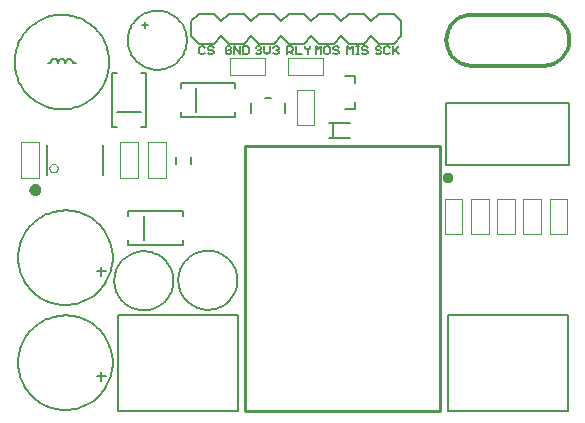
<source format=gto>
G75*
%MOIN*%
%OFA0B0*%
%FSLAX24Y24*%
%IPPOS*%
%LPD*%
%AMOC8*
5,1,8,0,0,1.08239X$1,22.5*
%
%ADD10C,0.0050*%
%ADD11C,0.0200*%
%ADD12C,0.0060*%
%ADD13C,0.0020*%
%ADD14C,0.0080*%
%ADD15C,0.0098*%
%ADD16C,0.0180*%
%ADD17C,0.0039*%
%ADD18C,0.0120*%
D10*
X005893Y004855D02*
X005895Y004917D01*
X005901Y004980D01*
X005911Y005041D01*
X005925Y005102D01*
X005942Y005162D01*
X005963Y005221D01*
X005989Y005278D01*
X006017Y005333D01*
X006049Y005387D01*
X006085Y005438D01*
X006123Y005488D01*
X006165Y005534D01*
X006209Y005578D01*
X006257Y005619D01*
X006306Y005657D01*
X006358Y005691D01*
X006412Y005722D01*
X006468Y005750D01*
X006526Y005774D01*
X006585Y005795D01*
X006645Y005811D01*
X006706Y005824D01*
X006768Y005833D01*
X006830Y005838D01*
X006893Y005839D01*
X006955Y005836D01*
X007017Y005829D01*
X007079Y005818D01*
X007139Y005803D01*
X007199Y005785D01*
X007257Y005763D01*
X007314Y005737D01*
X007369Y005707D01*
X007422Y005674D01*
X007473Y005638D01*
X007521Y005599D01*
X007567Y005556D01*
X007610Y005511D01*
X007650Y005463D01*
X007687Y005413D01*
X007721Y005360D01*
X007752Y005306D01*
X007778Y005250D01*
X007802Y005192D01*
X007821Y005132D01*
X007837Y005072D01*
X007849Y005010D01*
X007857Y004949D01*
X007861Y004886D01*
X007861Y004824D01*
X007857Y004761D01*
X007849Y004700D01*
X007837Y004638D01*
X007821Y004578D01*
X007802Y004518D01*
X007778Y004460D01*
X007752Y004404D01*
X007721Y004350D01*
X007687Y004297D01*
X007650Y004247D01*
X007610Y004199D01*
X007567Y004154D01*
X007521Y004111D01*
X007473Y004072D01*
X007422Y004036D01*
X007369Y004003D01*
X007314Y003973D01*
X007257Y003947D01*
X007199Y003925D01*
X007139Y003907D01*
X007079Y003892D01*
X007017Y003881D01*
X006955Y003874D01*
X006893Y003871D01*
X006830Y003872D01*
X006768Y003877D01*
X006706Y003886D01*
X006645Y003899D01*
X006585Y003915D01*
X006526Y003936D01*
X006468Y003960D01*
X006412Y003988D01*
X006358Y004019D01*
X006306Y004053D01*
X006257Y004091D01*
X006209Y004132D01*
X006165Y004176D01*
X006123Y004222D01*
X006085Y004272D01*
X006049Y004323D01*
X006017Y004377D01*
X005989Y004432D01*
X005963Y004489D01*
X005942Y004548D01*
X005925Y004608D01*
X005911Y004669D01*
X005901Y004730D01*
X005895Y004793D01*
X005893Y004855D01*
X008028Y004875D02*
X008030Y004937D01*
X008036Y005000D01*
X008046Y005061D01*
X008060Y005122D01*
X008077Y005182D01*
X008098Y005241D01*
X008124Y005298D01*
X008152Y005353D01*
X008184Y005407D01*
X008220Y005458D01*
X008258Y005508D01*
X008300Y005554D01*
X008344Y005598D01*
X008392Y005639D01*
X008441Y005677D01*
X008493Y005711D01*
X008547Y005742D01*
X008603Y005770D01*
X008661Y005794D01*
X008720Y005815D01*
X008780Y005831D01*
X008841Y005844D01*
X008903Y005853D01*
X008965Y005858D01*
X009028Y005859D01*
X009090Y005856D01*
X009152Y005849D01*
X009214Y005838D01*
X009274Y005823D01*
X009334Y005805D01*
X009392Y005783D01*
X009449Y005757D01*
X009504Y005727D01*
X009557Y005694D01*
X009608Y005658D01*
X009656Y005619D01*
X009702Y005576D01*
X009745Y005531D01*
X009785Y005483D01*
X009822Y005433D01*
X009856Y005380D01*
X009887Y005326D01*
X009913Y005270D01*
X009937Y005212D01*
X009956Y005152D01*
X009972Y005092D01*
X009984Y005030D01*
X009992Y004969D01*
X009996Y004906D01*
X009996Y004844D01*
X009992Y004781D01*
X009984Y004720D01*
X009972Y004658D01*
X009956Y004598D01*
X009937Y004538D01*
X009913Y004480D01*
X009887Y004424D01*
X009856Y004370D01*
X009822Y004317D01*
X009785Y004267D01*
X009745Y004219D01*
X009702Y004174D01*
X009656Y004131D01*
X009608Y004092D01*
X009557Y004056D01*
X009504Y004023D01*
X009449Y003993D01*
X009392Y003967D01*
X009334Y003945D01*
X009274Y003927D01*
X009214Y003912D01*
X009152Y003901D01*
X009090Y003894D01*
X009028Y003891D01*
X008965Y003892D01*
X008903Y003897D01*
X008841Y003906D01*
X008780Y003919D01*
X008720Y003935D01*
X008661Y003956D01*
X008603Y003980D01*
X008547Y004008D01*
X008493Y004039D01*
X008441Y004073D01*
X008392Y004111D01*
X008344Y004152D01*
X008300Y004196D01*
X008258Y004242D01*
X008220Y004292D01*
X008184Y004343D01*
X008152Y004397D01*
X008124Y004452D01*
X008098Y004509D01*
X008077Y004568D01*
X008060Y004628D01*
X008046Y004689D01*
X008036Y004750D01*
X008030Y004813D01*
X008028Y004875D01*
X004606Y012125D02*
X004512Y012125D01*
X004510Y012145D01*
X004506Y012164D01*
X004498Y012182D01*
X004488Y012198D01*
X004475Y012213D01*
X004460Y012226D01*
X004444Y012236D01*
X004426Y012244D01*
X004407Y012248D01*
X004387Y012250D01*
X004367Y012248D01*
X004348Y012244D01*
X004330Y012236D01*
X004314Y012226D01*
X004299Y012213D01*
X004286Y012198D01*
X004276Y012182D01*
X004268Y012164D01*
X004264Y012145D01*
X004262Y012125D01*
X002572Y012145D02*
X002574Y012224D01*
X002580Y012303D01*
X002590Y012382D01*
X002604Y012460D01*
X002621Y012537D01*
X002643Y012613D01*
X002668Y012688D01*
X002698Y012761D01*
X002730Y012833D01*
X002767Y012904D01*
X002807Y012972D01*
X002850Y013038D01*
X002896Y013102D01*
X002946Y013164D01*
X002999Y013223D01*
X003054Y013279D01*
X003113Y013333D01*
X003174Y013383D01*
X003237Y013431D01*
X003303Y013475D01*
X003371Y013516D01*
X003441Y013553D01*
X003512Y013587D01*
X003586Y013617D01*
X003660Y013643D01*
X003736Y013665D01*
X003813Y013684D01*
X003891Y013699D01*
X003969Y013710D01*
X004048Y013717D01*
X004127Y013720D01*
X004206Y013719D01*
X004285Y013714D01*
X004364Y013705D01*
X004442Y013692D01*
X004519Y013675D01*
X004596Y013655D01*
X004671Y013630D01*
X004745Y013602D01*
X004818Y013570D01*
X004888Y013535D01*
X004957Y013496D01*
X005024Y013453D01*
X005089Y013407D01*
X005151Y013359D01*
X005211Y013307D01*
X005268Y013252D01*
X005322Y013194D01*
X005373Y013134D01*
X005421Y013071D01*
X005466Y013006D01*
X005508Y012938D01*
X005546Y012869D01*
X005580Y012798D01*
X005611Y012725D01*
X005639Y012650D01*
X005662Y012575D01*
X005682Y012498D01*
X005698Y012421D01*
X005710Y012342D01*
X005718Y012264D01*
X005722Y012185D01*
X005722Y012105D01*
X005718Y012026D01*
X005710Y011948D01*
X005698Y011869D01*
X005682Y011792D01*
X005662Y011715D01*
X005639Y011640D01*
X005611Y011565D01*
X005580Y011492D01*
X005546Y011421D01*
X005508Y011352D01*
X005466Y011284D01*
X005421Y011219D01*
X005373Y011156D01*
X005322Y011096D01*
X005268Y011038D01*
X005211Y010983D01*
X005151Y010931D01*
X005089Y010883D01*
X005024Y010837D01*
X004957Y010794D01*
X004888Y010755D01*
X004818Y010720D01*
X004745Y010688D01*
X004671Y010660D01*
X004596Y010635D01*
X004519Y010615D01*
X004442Y010598D01*
X004364Y010585D01*
X004285Y010576D01*
X004206Y010571D01*
X004127Y010570D01*
X004048Y010573D01*
X003969Y010580D01*
X003891Y010591D01*
X003813Y010606D01*
X003736Y010625D01*
X003660Y010647D01*
X003586Y010673D01*
X003512Y010703D01*
X003441Y010737D01*
X003371Y010774D01*
X003303Y010815D01*
X003237Y010859D01*
X003174Y010907D01*
X003113Y010957D01*
X003054Y011011D01*
X002999Y011067D01*
X002946Y011126D01*
X002896Y011188D01*
X002850Y011252D01*
X002807Y011318D01*
X002767Y011386D01*
X002730Y011457D01*
X002698Y011529D01*
X002668Y011602D01*
X002643Y011677D01*
X002621Y011753D01*
X002604Y011830D01*
X002590Y011908D01*
X002580Y011987D01*
X002574Y012066D01*
X002572Y012145D01*
X003668Y012125D02*
X003762Y012125D01*
X003887Y012250D02*
X003909Y012248D01*
X003930Y012242D01*
X003950Y012233D01*
X003967Y012221D01*
X003983Y012205D01*
X003995Y012188D01*
X004004Y012168D01*
X004010Y012147D01*
X004012Y012125D01*
X003887Y012250D02*
X003867Y012248D01*
X003848Y012244D01*
X003830Y012236D01*
X003814Y012226D01*
X003799Y012213D01*
X003786Y012198D01*
X003776Y012182D01*
X003768Y012164D01*
X003764Y012145D01*
X003762Y012125D01*
X004012Y012125D02*
X004014Y012145D01*
X004018Y012164D01*
X004026Y012182D01*
X004036Y012198D01*
X004049Y012213D01*
X004064Y012226D01*
X004080Y012236D01*
X004098Y012244D01*
X004117Y012248D01*
X004137Y012250D01*
X004137Y012250D01*
X004157Y012248D01*
X004176Y012244D01*
X004194Y012236D01*
X004210Y012226D01*
X004225Y012213D01*
X004238Y012198D01*
X004248Y012182D01*
X004256Y012164D01*
X004260Y012145D01*
X004262Y012125D01*
X008725Y012445D02*
X008770Y012400D01*
X008860Y012400D01*
X008905Y012445D01*
X009019Y012445D02*
X009064Y012400D01*
X009154Y012400D01*
X009200Y012445D01*
X009200Y012490D01*
X009154Y012535D01*
X009064Y012535D01*
X009019Y012580D01*
X009019Y012625D01*
X009064Y012670D01*
X009154Y012670D01*
X009200Y012625D01*
X008905Y012625D02*
X008860Y012670D01*
X008770Y012670D01*
X008725Y012625D01*
X008725Y012445D01*
X009600Y012445D02*
X009645Y012400D01*
X009735Y012400D01*
X009780Y012445D01*
X009780Y012535D01*
X009690Y012535D01*
X009780Y012625D02*
X009735Y012670D01*
X009645Y012670D01*
X009600Y012625D01*
X009600Y012445D01*
X009894Y012400D02*
X009894Y012670D01*
X010075Y012400D01*
X010075Y012670D01*
X010189Y012670D02*
X010324Y012670D01*
X010369Y012625D01*
X010369Y012445D01*
X010324Y012400D01*
X010189Y012400D01*
X010189Y012670D01*
X010600Y012625D02*
X010645Y012670D01*
X010735Y012670D01*
X010780Y012625D01*
X010780Y012580D01*
X010735Y012535D01*
X010780Y012490D01*
X010780Y012445D01*
X010735Y012400D01*
X010645Y012400D01*
X010600Y012445D01*
X010690Y012535D02*
X010735Y012535D01*
X010894Y012490D02*
X010984Y012400D01*
X011075Y012490D01*
X011075Y012670D01*
X011189Y012625D02*
X011234Y012670D01*
X011324Y012670D01*
X011369Y012625D01*
X011369Y012580D01*
X011324Y012535D01*
X011369Y012490D01*
X011369Y012445D01*
X011324Y012400D01*
X011234Y012400D01*
X011189Y012445D01*
X011279Y012535D02*
X011324Y012535D01*
X011662Y012490D02*
X011797Y012490D01*
X011842Y012535D01*
X011842Y012625D01*
X011797Y012670D01*
X011662Y012670D01*
X011662Y012400D01*
X011752Y012490D02*
X011842Y012400D01*
X011957Y012400D02*
X012137Y012400D01*
X011957Y012400D02*
X011957Y012670D01*
X012252Y012670D02*
X012252Y012625D01*
X012342Y012535D01*
X012342Y012400D01*
X012342Y012535D02*
X012432Y012625D01*
X012432Y012670D01*
X012600Y012670D02*
X012690Y012580D01*
X012780Y012670D01*
X012780Y012400D01*
X012894Y012445D02*
X012939Y012400D01*
X013029Y012400D01*
X013075Y012445D01*
X013075Y012625D01*
X013029Y012670D01*
X012939Y012670D01*
X012894Y012625D01*
X012894Y012445D01*
X012600Y012400D02*
X012600Y012670D01*
X013189Y012625D02*
X013189Y012580D01*
X013234Y012535D01*
X013324Y012535D01*
X013369Y012490D01*
X013369Y012445D01*
X013324Y012400D01*
X013234Y012400D01*
X013189Y012445D01*
X013189Y012625D02*
X013234Y012670D01*
X013324Y012670D01*
X013369Y012625D01*
X013662Y012670D02*
X013662Y012400D01*
X013842Y012400D02*
X013842Y012670D01*
X013752Y012580D01*
X013662Y012670D01*
X013957Y012670D02*
X014047Y012670D01*
X014002Y012670D02*
X014002Y012400D01*
X013957Y012400D02*
X014047Y012400D01*
X014153Y012445D02*
X014198Y012400D01*
X014288Y012400D01*
X014333Y012445D01*
X014333Y012490D01*
X014288Y012535D01*
X014198Y012535D01*
X014153Y012580D01*
X014153Y012625D01*
X014198Y012670D01*
X014288Y012670D01*
X014333Y012625D01*
X014600Y012625D02*
X014600Y012580D01*
X014645Y012535D01*
X014735Y012535D01*
X014780Y012490D01*
X014780Y012445D01*
X014735Y012400D01*
X014645Y012400D01*
X014600Y012445D01*
X014600Y012625D02*
X014645Y012670D01*
X014735Y012670D01*
X014780Y012625D01*
X014894Y012625D02*
X014894Y012445D01*
X014939Y012400D01*
X015029Y012400D01*
X015075Y012445D01*
X015189Y012400D02*
X015189Y012670D01*
X015075Y012625D02*
X015029Y012670D01*
X014939Y012670D01*
X014894Y012625D01*
X015189Y012490D02*
X015369Y012670D01*
X015234Y012535D02*
X015369Y012400D01*
X010894Y012490D02*
X010894Y012670D01*
D11*
X003162Y007875D02*
X003164Y007895D01*
X003170Y007913D01*
X003179Y007931D01*
X003191Y007946D01*
X003206Y007958D01*
X003224Y007967D01*
X003242Y007973D01*
X003262Y007975D01*
X003282Y007973D01*
X003300Y007967D01*
X003318Y007958D01*
X003333Y007946D01*
X003345Y007931D01*
X003354Y007913D01*
X003360Y007895D01*
X003362Y007875D01*
X003360Y007855D01*
X003354Y007837D01*
X003345Y007819D01*
X003333Y007804D01*
X003318Y007792D01*
X003300Y007783D01*
X003282Y007777D01*
X003262Y007775D01*
X003242Y007777D01*
X003224Y007783D01*
X003206Y007792D01*
X003191Y007804D01*
X003179Y007819D01*
X003170Y007837D01*
X003164Y007855D01*
X003162Y007875D01*
D12*
X002687Y002125D02*
X002689Y002204D01*
X002695Y002283D01*
X002705Y002362D01*
X002719Y002440D01*
X002736Y002517D01*
X002758Y002593D01*
X002783Y002668D01*
X002813Y002741D01*
X002845Y002813D01*
X002882Y002884D01*
X002922Y002952D01*
X002965Y003018D01*
X003011Y003082D01*
X003061Y003144D01*
X003114Y003203D01*
X003169Y003259D01*
X003228Y003313D01*
X003289Y003363D01*
X003352Y003411D01*
X003418Y003455D01*
X003486Y003496D01*
X003556Y003533D01*
X003627Y003567D01*
X003701Y003597D01*
X003775Y003623D01*
X003851Y003645D01*
X003928Y003664D01*
X004006Y003679D01*
X004084Y003690D01*
X004163Y003697D01*
X004242Y003700D01*
X004321Y003699D01*
X004400Y003694D01*
X004479Y003685D01*
X004557Y003672D01*
X004634Y003655D01*
X004711Y003635D01*
X004786Y003610D01*
X004860Y003582D01*
X004933Y003550D01*
X005003Y003515D01*
X005072Y003476D01*
X005139Y003433D01*
X005204Y003387D01*
X005266Y003339D01*
X005326Y003287D01*
X005383Y003232D01*
X005437Y003174D01*
X005488Y003114D01*
X005536Y003051D01*
X005581Y002986D01*
X005623Y002918D01*
X005661Y002849D01*
X005695Y002778D01*
X005726Y002705D01*
X005754Y002630D01*
X005777Y002555D01*
X005797Y002478D01*
X005813Y002401D01*
X005825Y002322D01*
X005833Y002244D01*
X005837Y002165D01*
X005837Y002085D01*
X005833Y002006D01*
X005825Y001928D01*
X005813Y001849D01*
X005797Y001772D01*
X005777Y001695D01*
X005754Y001620D01*
X005726Y001545D01*
X005695Y001472D01*
X005661Y001401D01*
X005623Y001332D01*
X005581Y001264D01*
X005536Y001199D01*
X005488Y001136D01*
X005437Y001076D01*
X005383Y001018D01*
X005326Y000963D01*
X005266Y000911D01*
X005204Y000863D01*
X005139Y000817D01*
X005072Y000774D01*
X005003Y000735D01*
X004933Y000700D01*
X004860Y000668D01*
X004786Y000640D01*
X004711Y000615D01*
X004634Y000595D01*
X004557Y000578D01*
X004479Y000565D01*
X004400Y000556D01*
X004321Y000551D01*
X004242Y000550D01*
X004163Y000553D01*
X004084Y000560D01*
X004006Y000571D01*
X003928Y000586D01*
X003851Y000605D01*
X003775Y000627D01*
X003701Y000653D01*
X003627Y000683D01*
X003556Y000717D01*
X003486Y000754D01*
X003418Y000795D01*
X003352Y000839D01*
X003289Y000887D01*
X003228Y000937D01*
X003169Y000991D01*
X003114Y001047D01*
X003061Y001106D01*
X003011Y001168D01*
X002965Y001232D01*
X002922Y001298D01*
X002882Y001366D01*
X002845Y001437D01*
X002813Y001509D01*
X002783Y001582D01*
X002758Y001657D01*
X002736Y001733D01*
X002719Y001810D01*
X002705Y001888D01*
X002695Y001967D01*
X002689Y002046D01*
X002687Y002125D01*
X005312Y001675D02*
X005612Y001675D01*
X005462Y001825D02*
X005462Y001525D01*
X006012Y000525D02*
X010012Y000525D01*
X010012Y003725D01*
X006012Y003725D01*
X006012Y000525D01*
X005462Y005025D02*
X005462Y005325D01*
X005612Y005175D02*
X005312Y005175D01*
X002687Y005625D02*
X002689Y005704D01*
X002695Y005783D01*
X002705Y005862D01*
X002719Y005940D01*
X002736Y006017D01*
X002758Y006093D01*
X002783Y006168D01*
X002813Y006241D01*
X002845Y006313D01*
X002882Y006384D01*
X002922Y006452D01*
X002965Y006518D01*
X003011Y006582D01*
X003061Y006644D01*
X003114Y006703D01*
X003169Y006759D01*
X003228Y006813D01*
X003289Y006863D01*
X003352Y006911D01*
X003418Y006955D01*
X003486Y006996D01*
X003556Y007033D01*
X003627Y007067D01*
X003701Y007097D01*
X003775Y007123D01*
X003851Y007145D01*
X003928Y007164D01*
X004006Y007179D01*
X004084Y007190D01*
X004163Y007197D01*
X004242Y007200D01*
X004321Y007199D01*
X004400Y007194D01*
X004479Y007185D01*
X004557Y007172D01*
X004634Y007155D01*
X004711Y007135D01*
X004786Y007110D01*
X004860Y007082D01*
X004933Y007050D01*
X005003Y007015D01*
X005072Y006976D01*
X005139Y006933D01*
X005204Y006887D01*
X005266Y006839D01*
X005326Y006787D01*
X005383Y006732D01*
X005437Y006674D01*
X005488Y006614D01*
X005536Y006551D01*
X005581Y006486D01*
X005623Y006418D01*
X005661Y006349D01*
X005695Y006278D01*
X005726Y006205D01*
X005754Y006130D01*
X005777Y006055D01*
X005797Y005978D01*
X005813Y005901D01*
X005825Y005822D01*
X005833Y005744D01*
X005837Y005665D01*
X005837Y005585D01*
X005833Y005506D01*
X005825Y005428D01*
X005813Y005349D01*
X005797Y005272D01*
X005777Y005195D01*
X005754Y005120D01*
X005726Y005045D01*
X005695Y004972D01*
X005661Y004901D01*
X005623Y004832D01*
X005581Y004764D01*
X005536Y004699D01*
X005488Y004636D01*
X005437Y004576D01*
X005383Y004518D01*
X005326Y004463D01*
X005266Y004411D01*
X005204Y004363D01*
X005139Y004317D01*
X005072Y004274D01*
X005003Y004235D01*
X004933Y004200D01*
X004860Y004168D01*
X004786Y004140D01*
X004711Y004115D01*
X004634Y004095D01*
X004557Y004078D01*
X004479Y004065D01*
X004400Y004056D01*
X004321Y004051D01*
X004242Y004050D01*
X004163Y004053D01*
X004084Y004060D01*
X004006Y004071D01*
X003928Y004086D01*
X003851Y004105D01*
X003775Y004127D01*
X003701Y004153D01*
X003627Y004183D01*
X003556Y004217D01*
X003486Y004254D01*
X003418Y004295D01*
X003352Y004339D01*
X003289Y004387D01*
X003228Y004437D01*
X003169Y004491D01*
X003114Y004547D01*
X003061Y004606D01*
X003011Y004668D01*
X002965Y004732D01*
X002922Y004798D01*
X002882Y004866D01*
X002845Y004937D01*
X002813Y005009D01*
X002783Y005082D01*
X002758Y005157D01*
X002736Y005233D01*
X002719Y005310D01*
X002705Y005388D01*
X002695Y005467D01*
X002689Y005546D01*
X002687Y005625D01*
X003645Y008384D02*
X003645Y009366D01*
X005505Y009366D02*
X005505Y008384D01*
X007963Y008757D02*
X007963Y008993D01*
X008436Y008993D02*
X008436Y008757D01*
X008711Y012750D02*
X009211Y012750D01*
X009461Y013000D01*
X009711Y012750D01*
X010211Y012750D01*
X010461Y013000D01*
X010711Y012750D01*
X011211Y012750D01*
X011461Y013000D01*
X011711Y012750D01*
X012211Y012750D01*
X012461Y013000D01*
X012711Y012750D01*
X013211Y012750D01*
X013461Y013000D01*
X013711Y012750D01*
X014211Y012750D01*
X014461Y013000D01*
X014711Y012750D01*
X015211Y012750D01*
X015461Y013000D01*
X015461Y013500D01*
X015211Y013750D01*
X014711Y013750D01*
X014461Y013500D01*
X014211Y013750D01*
X013711Y013750D01*
X013461Y013500D01*
X013211Y013750D01*
X012711Y013750D01*
X012461Y013500D01*
X012211Y013750D01*
X011711Y013750D01*
X011461Y013500D01*
X011211Y013750D01*
X010711Y013750D01*
X010461Y013500D01*
X010211Y013750D01*
X009711Y013750D01*
X009461Y013500D01*
X009211Y013750D01*
X008711Y013750D01*
X008461Y013500D01*
X008461Y013000D01*
X008711Y012750D01*
X006341Y012875D02*
X006343Y012937D01*
X006349Y013000D01*
X006359Y013061D01*
X006373Y013122D01*
X006390Y013182D01*
X006411Y013241D01*
X006437Y013298D01*
X006465Y013353D01*
X006497Y013407D01*
X006533Y013458D01*
X006571Y013508D01*
X006613Y013554D01*
X006657Y013598D01*
X006705Y013639D01*
X006754Y013677D01*
X006806Y013711D01*
X006860Y013742D01*
X006916Y013770D01*
X006974Y013794D01*
X007033Y013815D01*
X007093Y013831D01*
X007154Y013844D01*
X007216Y013853D01*
X007278Y013858D01*
X007341Y013859D01*
X007403Y013856D01*
X007465Y013849D01*
X007527Y013838D01*
X007587Y013823D01*
X007647Y013805D01*
X007705Y013783D01*
X007762Y013757D01*
X007817Y013727D01*
X007870Y013694D01*
X007921Y013658D01*
X007969Y013619D01*
X008015Y013576D01*
X008058Y013531D01*
X008098Y013483D01*
X008135Y013433D01*
X008169Y013380D01*
X008200Y013326D01*
X008226Y013270D01*
X008250Y013212D01*
X008269Y013152D01*
X008285Y013092D01*
X008297Y013030D01*
X008305Y012969D01*
X008309Y012906D01*
X008309Y012844D01*
X008305Y012781D01*
X008297Y012720D01*
X008285Y012658D01*
X008269Y012598D01*
X008250Y012538D01*
X008226Y012480D01*
X008200Y012424D01*
X008169Y012370D01*
X008135Y012317D01*
X008098Y012267D01*
X008058Y012219D01*
X008015Y012174D01*
X007969Y012131D01*
X007921Y012092D01*
X007870Y012056D01*
X007817Y012023D01*
X007762Y011993D01*
X007705Y011967D01*
X007647Y011945D01*
X007587Y011927D01*
X007527Y011912D01*
X007465Y011901D01*
X007403Y011894D01*
X007341Y011891D01*
X007278Y011892D01*
X007216Y011897D01*
X007154Y011906D01*
X007093Y011919D01*
X007033Y011935D01*
X006974Y011956D01*
X006916Y011980D01*
X006860Y012008D01*
X006806Y012039D01*
X006754Y012073D01*
X006705Y012111D01*
X006657Y012152D01*
X006613Y012196D01*
X006571Y012242D01*
X006533Y012292D01*
X006497Y012343D01*
X006465Y012397D01*
X006437Y012452D01*
X006411Y012509D01*
X006390Y012568D01*
X006373Y012628D01*
X006359Y012689D01*
X006349Y012750D01*
X006343Y012813D01*
X006341Y012875D01*
X006925Y013278D02*
X006925Y013478D01*
X006825Y013378D02*
X007025Y013378D01*
X016965Y010777D02*
X016965Y008723D01*
X021059Y008723D01*
X021059Y010777D01*
X016965Y010777D01*
X017012Y003725D02*
X021012Y003725D01*
X021012Y000525D01*
X017012Y000525D01*
X017012Y003725D01*
D13*
X003725Y008610D02*
X003727Y008633D01*
X003733Y008655D01*
X003742Y008677D01*
X003755Y008696D01*
X003770Y008713D01*
X003788Y008727D01*
X003809Y008738D01*
X003831Y008746D01*
X003853Y008750D01*
X003877Y008750D01*
X003899Y008746D01*
X003921Y008738D01*
X003942Y008727D01*
X003960Y008713D01*
X003975Y008696D01*
X003988Y008677D01*
X003997Y008655D01*
X004003Y008633D01*
X004005Y008610D01*
X004003Y008587D01*
X003997Y008565D01*
X003988Y008543D01*
X003975Y008524D01*
X003960Y008507D01*
X003942Y008493D01*
X003921Y008482D01*
X003899Y008474D01*
X003877Y008470D01*
X003853Y008470D01*
X003831Y008474D01*
X003809Y008482D01*
X003788Y008493D01*
X003770Y008507D01*
X003755Y008524D01*
X003742Y008543D01*
X003733Y008565D01*
X003727Y008587D01*
X003725Y008610D01*
D14*
X005816Y009969D02*
X005816Y011781D01*
X005994Y011781D01*
X006781Y011781D02*
X006958Y011781D01*
X006958Y009969D01*
X006781Y009969D01*
X005994Y009969D02*
X005816Y009969D01*
X005994Y010481D02*
X006781Y010481D01*
X008107Y010481D02*
X008107Y010304D01*
X009918Y010304D01*
X009918Y010481D01*
X010452Y010456D02*
X010452Y010794D01*
X010907Y010944D02*
X011118Y010944D01*
X011572Y010794D02*
X011572Y010456D01*
X013033Y010131D02*
X013190Y010131D01*
X013190Y009619D01*
X013742Y009619D01*
X013190Y009619D02*
X013033Y009619D01*
X013190Y010131D02*
X013742Y010131D01*
X013598Y010589D02*
X013913Y010589D01*
X013913Y010825D01*
X013913Y011455D02*
X013913Y011691D01*
X013598Y011691D01*
X009918Y011446D02*
X009918Y011269D01*
X009918Y011446D02*
X008107Y011446D01*
X008107Y011269D01*
X008619Y011269D02*
X008619Y010481D01*
X008168Y007196D02*
X006357Y007196D01*
X006357Y007019D01*
X006869Y007019D02*
X006869Y006231D01*
X006357Y006231D02*
X006357Y006054D01*
X008168Y006054D01*
X008168Y006231D01*
X008168Y007019D02*
X008168Y007196D01*
D15*
X010262Y009358D02*
X016758Y009358D01*
X016758Y000500D01*
X010262Y000500D01*
X010262Y009358D01*
D16*
X016915Y008295D02*
X016917Y008314D01*
X016923Y008332D01*
X016932Y008348D01*
X016945Y008362D01*
X016960Y008373D01*
X016977Y008381D01*
X016996Y008385D01*
X017014Y008385D01*
X017033Y008381D01*
X017050Y008373D01*
X017065Y008362D01*
X017078Y008348D01*
X017087Y008332D01*
X017093Y008314D01*
X017095Y008295D01*
X017093Y008276D01*
X017087Y008258D01*
X017078Y008242D01*
X017065Y008228D01*
X017050Y008217D01*
X017033Y008209D01*
X017014Y008205D01*
X016996Y008205D01*
X016977Y008209D01*
X016960Y008217D01*
X016945Y008228D01*
X016932Y008242D01*
X016923Y008258D01*
X016917Y008276D01*
X016915Y008295D01*
D17*
X016904Y007591D02*
X017495Y007591D01*
X017495Y006409D01*
X016904Y006409D01*
X016904Y007591D01*
X017779Y007591D02*
X018370Y007591D01*
X018370Y006409D01*
X017779Y006409D01*
X017779Y007591D01*
X018654Y007591D02*
X019245Y007591D01*
X019245Y006409D01*
X018654Y006409D01*
X018654Y007591D01*
X019529Y007591D02*
X020120Y007591D01*
X020120Y006409D01*
X019529Y006409D01*
X019529Y007591D01*
X020404Y007591D02*
X020995Y007591D01*
X020995Y006409D01*
X020404Y006409D01*
X020404Y007591D01*
X012853Y011705D02*
X011672Y011705D01*
X011672Y012295D01*
X012853Y012295D01*
X012853Y011705D01*
X012557Y011216D02*
X011967Y011216D01*
X011967Y010034D01*
X012557Y010034D01*
X012557Y011216D01*
X010915Y011705D02*
X010915Y012295D01*
X009734Y012295D01*
X009734Y011705D01*
X010915Y011705D01*
X007620Y009466D02*
X007029Y009466D01*
X007029Y008284D01*
X007620Y008284D01*
X007620Y009466D01*
X006682Y009466D02*
X006092Y009466D01*
X006092Y008284D01*
X006682Y008284D01*
X006682Y009466D01*
X003370Y009466D02*
X003370Y008284D01*
X002779Y008284D01*
X002779Y009466D01*
X003370Y009466D01*
D18*
X017812Y012025D02*
X020212Y012025D01*
X020269Y012027D01*
X020325Y012033D01*
X020381Y012042D01*
X020437Y012055D01*
X020491Y012072D01*
X020544Y012092D01*
X020595Y012116D01*
X020645Y012144D01*
X020693Y012174D01*
X020739Y012208D01*
X020782Y012245D01*
X020823Y012284D01*
X020861Y012326D01*
X020896Y012371D01*
X020928Y012418D01*
X020957Y012467D01*
X020983Y012517D01*
X021005Y012570D01*
X021024Y012623D01*
X021039Y012678D01*
X021050Y012734D01*
X021058Y012790D01*
X021062Y012847D01*
X021062Y012903D01*
X021058Y012960D01*
X021050Y013016D01*
X021039Y013072D01*
X021024Y013127D01*
X021005Y013180D01*
X020983Y013233D01*
X020957Y013283D01*
X020928Y013332D01*
X020896Y013379D01*
X020861Y013424D01*
X020823Y013466D01*
X020782Y013505D01*
X020739Y013542D01*
X020693Y013576D01*
X020645Y013606D01*
X020595Y013634D01*
X020544Y013658D01*
X020491Y013678D01*
X020437Y013695D01*
X020381Y013708D01*
X020325Y013717D01*
X020269Y013723D01*
X020212Y013725D01*
X017812Y013725D01*
X017755Y013723D01*
X017699Y013717D01*
X017643Y013708D01*
X017587Y013695D01*
X017533Y013678D01*
X017480Y013658D01*
X017429Y013634D01*
X017379Y013606D01*
X017331Y013576D01*
X017285Y013542D01*
X017242Y013505D01*
X017201Y013466D01*
X017163Y013424D01*
X017128Y013379D01*
X017096Y013332D01*
X017067Y013283D01*
X017041Y013233D01*
X017019Y013180D01*
X017000Y013127D01*
X016985Y013072D01*
X016974Y013016D01*
X016966Y012960D01*
X016962Y012903D01*
X016962Y012847D01*
X016966Y012790D01*
X016974Y012734D01*
X016985Y012678D01*
X017000Y012623D01*
X017019Y012570D01*
X017041Y012517D01*
X017067Y012467D01*
X017096Y012418D01*
X017128Y012371D01*
X017163Y012326D01*
X017201Y012284D01*
X017242Y012245D01*
X017285Y012208D01*
X017331Y012174D01*
X017379Y012144D01*
X017429Y012116D01*
X017480Y012092D01*
X017533Y012072D01*
X017587Y012055D01*
X017643Y012042D01*
X017699Y012033D01*
X017755Y012027D01*
X017812Y012025D01*
M02*

</source>
